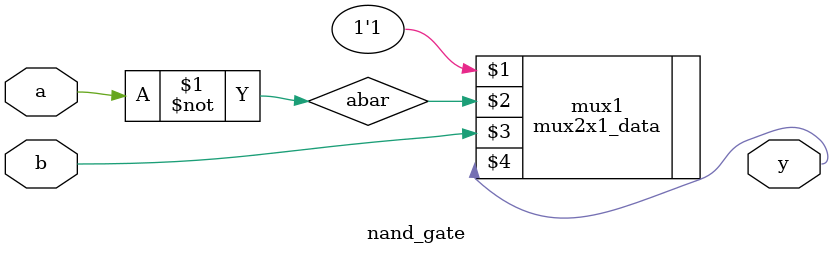
<source format=v>
module nand_gate(a,b,y);

input a,b;
output y;

wire abar;

mux2x1_data mux1(1'b1,abar,b,y);
not g1(abar,a);

endmodule

</source>
